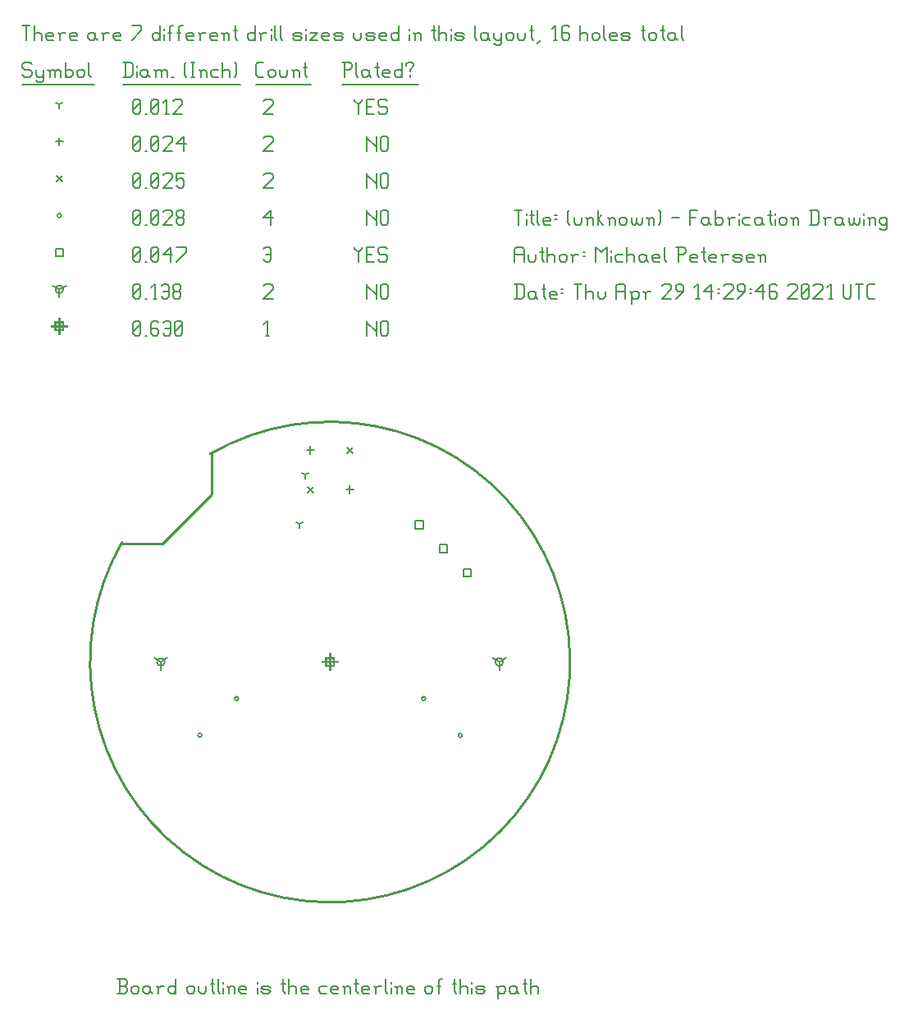
<source format=gbr>
G04 start of page 13 for group -3984 idx -3984 *
G04 Title: (unknown), fab *
G04 Creator: pcb 4.0.2 *
G04 CreationDate: Thu Apr 29 14:29:46 2021 UTC *
G04 For: petersen *
G04 Format: Gerber/RS-274X *
G04 PCB-Dimensions (mil): 2500.00 2500.00 *
G04 PCB-Coordinate-Origin: lower left *
%MOIN*%
%FSLAX25Y25*%
%LNFAB*%
%ADD68C,0.0100*%
%ADD67C,0.0060*%
%ADD66R,0.0080X0.0080*%
G54D66*X125000Y128200D02*Y121800D01*
X121800Y125000D02*X128200D01*
X123400Y126600D02*X126600D01*
X123400D02*Y123400D01*
X126600D01*
Y126600D02*Y123400D01*
X15000Y264450D02*Y258050D01*
X11800Y261250D02*X18200D01*
X13400Y262850D02*X16600D01*
X13400D02*Y259650D01*
X16600D01*
Y262850D02*Y259650D01*
G54D67*X140000Y263500D02*Y257500D01*
Y263500D02*Y262750D01*
X143750Y259000D01*
Y263500D02*Y257500D01*
X145550Y262750D02*Y258250D01*
Y262750D02*X146300Y263500D01*
X147800D01*
X148550Y262750D01*
Y258250D01*
X147800Y257500D02*X148550Y258250D01*
X146300Y257500D02*X147800D01*
X145550Y258250D02*X146300Y257500D01*
X98750D02*X100250D01*
X99500Y263500D02*Y257500D01*
X98000Y262000D02*X99500Y263500D01*
X45000Y258250D02*X45750Y257500D01*
X45000Y262750D02*Y258250D01*
Y262750D02*X45750Y263500D01*
X47250D01*
X48000Y262750D01*
Y258250D01*
X47250Y257500D02*X48000Y258250D01*
X45750Y257500D02*X47250D01*
X45000Y259000D02*X48000Y262000D01*
X49800Y257500D02*X50550D01*
X54600Y263500D02*X55350Y262750D01*
X53100Y263500D02*X54600D01*
X52350Y262750D02*X53100Y263500D01*
X52350Y262750D02*Y258250D01*
X53100Y257500D01*
X54600Y260500D02*X55350Y259750D01*
X52350Y260500D02*X54600D01*
X53100Y257500D02*X54600D01*
X55350Y258250D01*
Y259750D02*Y258250D01*
X57150Y262750D02*X57900Y263500D01*
X59400D01*
X60150Y262750D01*
Y258250D01*
X59400Y257500D02*X60150Y258250D01*
X57900Y257500D02*X59400D01*
X57150Y258250D02*X57900Y257500D01*
Y260500D02*X60150D01*
X61950Y258250D02*X62700Y257500D01*
X61950Y262750D02*Y258250D01*
Y262750D02*X62700Y263500D01*
X64200D01*
X64950Y262750D01*
Y258250D01*
X64200Y257500D02*X64950Y258250D01*
X62700Y257500D02*X64200D01*
X61950Y259000D02*X64950Y262000D01*
X193750Y125000D02*Y121800D01*
Y125000D02*X196523Y126600D01*
X193750Y125000D02*X190977Y126600D01*
X192150Y125000D02*G75*G03X195350Y125000I1600J0D01*G01*
G75*G03X192150Y125000I-1600J0D01*G01*
X56250D02*Y121800D01*
Y125000D02*X59023Y126600D01*
X56250Y125000D02*X53477Y126600D01*
X54650Y125000D02*G75*G03X57850Y125000I1600J0D01*G01*
G75*G03X54650Y125000I-1600J0D01*G01*
X15000Y276250D02*Y273050D01*
Y276250D02*X17773Y277850D01*
X15000Y276250D02*X12227Y277850D01*
X13400Y276250D02*G75*G03X16600Y276250I1600J0D01*G01*
G75*G03X13400Y276250I-1600J0D01*G01*
X140000Y278500D02*Y272500D01*
Y278500D02*Y277750D01*
X143750Y274000D01*
Y278500D02*Y272500D01*
X145550Y277750D02*Y273250D01*
Y277750D02*X146300Y278500D01*
X147800D01*
X148550Y277750D01*
Y273250D01*
X147800Y272500D02*X148550Y273250D01*
X146300Y272500D02*X147800D01*
X145550Y273250D02*X146300Y272500D01*
X98000Y277750D02*X98750Y278500D01*
X101000D01*
X101750Y277750D01*
Y276250D01*
X98000Y272500D02*X101750Y276250D01*
X98000Y272500D02*X101750D01*
X45000Y273250D02*X45750Y272500D01*
X45000Y277750D02*Y273250D01*
Y277750D02*X45750Y278500D01*
X47250D01*
X48000Y277750D01*
Y273250D01*
X47250Y272500D02*X48000Y273250D01*
X45750Y272500D02*X47250D01*
X45000Y274000D02*X48000Y277000D01*
X49800Y272500D02*X50550D01*
X53100D02*X54600D01*
X53850Y278500D02*Y272500D01*
X52350Y277000D02*X53850Y278500D01*
X56400Y277750D02*X57150Y278500D01*
X58650D01*
X59400Y277750D01*
Y273250D01*
X58650Y272500D02*X59400Y273250D01*
X57150Y272500D02*X58650D01*
X56400Y273250D02*X57150Y272500D01*
Y275500D02*X59400D01*
X61200Y273250D02*X61950Y272500D01*
X61200Y274750D02*Y273250D01*
Y274750D02*X61950Y275500D01*
X63450D01*
X64200Y274750D01*
Y273250D01*
X63450Y272500D02*X64200Y273250D01*
X61950Y272500D02*X63450D01*
X61200Y276250D02*X61950Y275500D01*
X61200Y277750D02*Y276250D01*
Y277750D02*X61950Y278500D01*
X63450D01*
X64200Y277750D01*
Y276250D01*
X63450Y275500D02*X64200Y276250D01*
X179144Y162856D02*X182344D01*
X179144D02*Y159656D01*
X182344D01*
Y162856D02*Y159656D01*
X169400Y172600D02*X172600D01*
X169400D02*Y169400D01*
X172600D01*
Y172600D02*Y169400D01*
X159657Y182343D02*X162857D01*
X159657D02*Y179143D01*
X162857D01*
Y182343D02*Y179143D01*
X13400Y292850D02*X16600D01*
X13400D02*Y289650D01*
X16600D01*
Y292850D02*Y289650D01*
X135000Y293500D02*Y292750D01*
X136500Y291250D01*
X138000Y292750D01*
Y293500D02*Y292750D01*
X136500Y291250D02*Y287500D01*
X139800Y290500D02*X142050D01*
X139800Y287500D02*X142800D01*
X139800Y293500D02*Y287500D01*
Y293500D02*X142800D01*
X147600D02*X148350Y292750D01*
X145350Y293500D02*X147600D01*
X144600Y292750D02*X145350Y293500D01*
X144600Y292750D02*Y291250D01*
X145350Y290500D01*
X147600D01*
X148350Y289750D01*
Y288250D01*
X147600Y287500D02*X148350Y288250D01*
X145350Y287500D02*X147600D01*
X144600Y288250D02*X145350Y287500D01*
X98000Y292750D02*X98750Y293500D01*
X100250D01*
X101000Y292750D01*
Y288250D01*
X100250Y287500D02*X101000Y288250D01*
X98750Y287500D02*X100250D01*
X98000Y288250D02*X98750Y287500D01*
Y290500D02*X101000D01*
X45000Y288250D02*X45750Y287500D01*
X45000Y292750D02*Y288250D01*
Y292750D02*X45750Y293500D01*
X47250D01*
X48000Y292750D01*
Y288250D01*
X47250Y287500D02*X48000Y288250D01*
X45750Y287500D02*X47250D01*
X45000Y289000D02*X48000Y292000D01*
X49800Y287500D02*X50550D01*
X52350Y288250D02*X53100Y287500D01*
X52350Y292750D02*Y288250D01*
Y292750D02*X53100Y293500D01*
X54600D01*
X55350Y292750D01*
Y288250D01*
X54600Y287500D02*X55350Y288250D01*
X53100Y287500D02*X54600D01*
X52350Y289000D02*X55350Y292000D01*
X57150Y290500D02*X60150Y293500D01*
X57150Y290500D02*X60900D01*
X60150Y293500D02*Y287500D01*
X62700D02*X66450Y291250D01*
Y293500D02*Y291250D01*
X62700Y293500D02*X66450D01*
X71281Y95254D02*G75*G03X72881Y95254I800J0D01*G01*
G75*G03X71281Y95254I-800J0D01*G01*
X86203Y110175D02*G75*G03X87803Y110175I800J0D01*G01*
G75*G03X86203Y110175I-800J0D01*G01*
X162197D02*G75*G03X163797Y110175I800J0D01*G01*
G75*G03X162197Y110175I-800J0D01*G01*
X177119Y95254D02*G75*G03X178719Y95254I800J0D01*G01*
G75*G03X177119Y95254I-800J0D01*G01*
X14200Y306250D02*G75*G03X15800Y306250I800J0D01*G01*
G75*G03X14200Y306250I-800J0D01*G01*
X140000Y308500D02*Y302500D01*
Y308500D02*Y307750D01*
X143750Y304000D01*
Y308500D02*Y302500D01*
X145550Y307750D02*Y303250D01*
Y307750D02*X146300Y308500D01*
X147800D01*
X148550Y307750D01*
Y303250D01*
X147800Y302500D02*X148550Y303250D01*
X146300Y302500D02*X147800D01*
X145550Y303250D02*X146300Y302500D01*
X98000Y305500D02*X101000Y308500D01*
X98000Y305500D02*X101750D01*
X101000Y308500D02*Y302500D01*
X45000Y303250D02*X45750Y302500D01*
X45000Y307750D02*Y303250D01*
Y307750D02*X45750Y308500D01*
X47250D01*
X48000Y307750D01*
Y303250D01*
X47250Y302500D02*X48000Y303250D01*
X45750Y302500D02*X47250D01*
X45000Y304000D02*X48000Y307000D01*
X49800Y302500D02*X50550D01*
X52350Y303250D02*X53100Y302500D01*
X52350Y307750D02*Y303250D01*
Y307750D02*X53100Y308500D01*
X54600D01*
X55350Y307750D01*
Y303250D01*
X54600Y302500D02*X55350Y303250D01*
X53100Y302500D02*X54600D01*
X52350Y304000D02*X55350Y307000D01*
X57150Y307750D02*X57900Y308500D01*
X60150D01*
X60900Y307750D01*
Y306250D01*
X57150Y302500D02*X60900Y306250D01*
X57150Y302500D02*X60900D01*
X62700Y303250D02*X63450Y302500D01*
X62700Y304750D02*Y303250D01*
Y304750D02*X63450Y305500D01*
X64950D01*
X65700Y304750D01*
Y303250D01*
X64950Y302500D02*X65700Y303250D01*
X63450Y302500D02*X64950D01*
X62700Y306250D02*X63450Y305500D01*
X62700Y307750D02*Y306250D01*
Y307750D02*X63450Y308500D01*
X64950D01*
X65700Y307750D01*
Y306250D01*
X64950Y305500D02*X65700Y306250D01*
X131800Y212200D02*X134200Y209800D01*
X131800D02*X134200Y212200D01*
X115800Y196200D02*X118200Y193800D01*
X115800D02*X118200Y196200D01*
X13800Y322450D02*X16200Y320050D01*
X13800D02*X16200Y322450D01*
X140000Y323500D02*Y317500D01*
Y323500D02*Y322750D01*
X143750Y319000D01*
Y323500D02*Y317500D01*
X145550Y322750D02*Y318250D01*
Y322750D02*X146300Y323500D01*
X147800D01*
X148550Y322750D01*
Y318250D01*
X147800Y317500D02*X148550Y318250D01*
X146300Y317500D02*X147800D01*
X145550Y318250D02*X146300Y317500D01*
X98000Y322750D02*X98750Y323500D01*
X101000D01*
X101750Y322750D01*
Y321250D01*
X98000Y317500D02*X101750Y321250D01*
X98000Y317500D02*X101750D01*
X45000Y318250D02*X45750Y317500D01*
X45000Y322750D02*Y318250D01*
Y322750D02*X45750Y323500D01*
X47250D01*
X48000Y322750D01*
Y318250D01*
X47250Y317500D02*X48000Y318250D01*
X45750Y317500D02*X47250D01*
X45000Y319000D02*X48000Y322000D01*
X49800Y317500D02*X50550D01*
X52350Y318250D02*X53100Y317500D01*
X52350Y322750D02*Y318250D01*
Y322750D02*X53100Y323500D01*
X54600D01*
X55350Y322750D01*
Y318250D01*
X54600Y317500D02*X55350Y318250D01*
X53100Y317500D02*X54600D01*
X52350Y319000D02*X55350Y322000D01*
X57150Y322750D02*X57900Y323500D01*
X60150D01*
X60900Y322750D01*
Y321250D01*
X57150Y317500D02*X60900Y321250D01*
X57150Y317500D02*X60900D01*
X62700Y323500D02*X65700D01*
X62700D02*Y320500D01*
X63450Y321250D01*
X64950D01*
X65700Y320500D01*
Y318250D01*
X64950Y317500D02*X65700Y318250D01*
X63450Y317500D02*X64950D01*
X62700Y318250D02*X63450Y317500D01*
X133000Y196600D02*Y193400D01*
X131400Y195000D02*X134600D01*
X117000Y212600D02*Y209400D01*
X115400Y211000D02*X118600D01*
X15000Y337850D02*Y334650D01*
X13400Y336250D02*X16600D01*
X140000Y338500D02*Y332500D01*
Y338500D02*Y337750D01*
X143750Y334000D01*
Y338500D02*Y332500D01*
X145550Y337750D02*Y333250D01*
Y337750D02*X146300Y338500D01*
X147800D01*
X148550Y337750D01*
Y333250D01*
X147800Y332500D02*X148550Y333250D01*
X146300Y332500D02*X147800D01*
X145550Y333250D02*X146300Y332500D01*
X98000Y337750D02*X98750Y338500D01*
X101000D01*
X101750Y337750D01*
Y336250D01*
X98000Y332500D02*X101750Y336250D01*
X98000Y332500D02*X101750D01*
X45000Y333250D02*X45750Y332500D01*
X45000Y337750D02*Y333250D01*
Y337750D02*X45750Y338500D01*
X47250D01*
X48000Y337750D01*
Y333250D01*
X47250Y332500D02*X48000Y333250D01*
X45750Y332500D02*X47250D01*
X45000Y334000D02*X48000Y337000D01*
X49800Y332500D02*X50550D01*
X52350Y333250D02*X53100Y332500D01*
X52350Y337750D02*Y333250D01*
Y337750D02*X53100Y338500D01*
X54600D01*
X55350Y337750D01*
Y333250D01*
X54600Y332500D02*X55350Y333250D01*
X53100Y332500D02*X54600D01*
X52350Y334000D02*X55350Y337000D01*
X57150Y337750D02*X57900Y338500D01*
X60150D01*
X60900Y337750D01*
Y336250D01*
X57150Y332500D02*X60900Y336250D01*
X57150Y332500D02*X60900D01*
X62700Y335500D02*X65700Y338500D01*
X62700Y335500D02*X66450D01*
X65700Y338500D02*Y332500D01*
X112500Y181000D02*Y179400D01*
Y181000D02*X113887Y181800D01*
X112500Y181000D02*X111113Y181800D01*
X115000Y201000D02*Y199400D01*
Y201000D02*X116387Y201800D01*
X115000Y201000D02*X113613Y201800D01*
X15000Y351250D02*Y349650D01*
Y351250D02*X16387Y352050D01*
X15000Y351250D02*X13613Y352050D01*
X135000Y353500D02*Y352750D01*
X136500Y351250D01*
X138000Y352750D01*
Y353500D02*Y352750D01*
X136500Y351250D02*Y347500D01*
X139800Y350500D02*X142050D01*
X139800Y347500D02*X142800D01*
X139800Y353500D02*Y347500D01*
Y353500D02*X142800D01*
X147600D02*X148350Y352750D01*
X145350Y353500D02*X147600D01*
X144600Y352750D02*X145350Y353500D01*
X144600Y352750D02*Y351250D01*
X145350Y350500D01*
X147600D01*
X148350Y349750D01*
Y348250D01*
X147600Y347500D02*X148350Y348250D01*
X145350Y347500D02*X147600D01*
X144600Y348250D02*X145350Y347500D01*
X98000Y352750D02*X98750Y353500D01*
X101000D01*
X101750Y352750D01*
Y351250D01*
X98000Y347500D02*X101750Y351250D01*
X98000Y347500D02*X101750D01*
X45000Y348250D02*X45750Y347500D01*
X45000Y352750D02*Y348250D01*
Y352750D02*X45750Y353500D01*
X47250D01*
X48000Y352750D01*
Y348250D01*
X47250Y347500D02*X48000Y348250D01*
X45750Y347500D02*X47250D01*
X45000Y349000D02*X48000Y352000D01*
X49800Y347500D02*X50550D01*
X52350Y348250D02*X53100Y347500D01*
X52350Y352750D02*Y348250D01*
Y352750D02*X53100Y353500D01*
X54600D01*
X55350Y352750D01*
Y348250D01*
X54600Y347500D02*X55350Y348250D01*
X53100Y347500D02*X54600D01*
X52350Y349000D02*X55350Y352000D01*
X57900Y347500D02*X59400D01*
X58650Y353500D02*Y347500D01*
X57150Y352000D02*X58650Y353500D01*
X61200Y352750D02*X61950Y353500D01*
X64200D01*
X64950Y352750D01*
Y351250D01*
X61200Y347500D02*X64950Y351250D01*
X61200Y347500D02*X64950D01*
X3000Y368500D02*X3750Y367750D01*
X750Y368500D02*X3000D01*
X0Y367750D02*X750Y368500D01*
X0Y367750D02*Y366250D01*
X750Y365500D01*
X3000D01*
X3750Y364750D01*
Y363250D01*
X3000Y362500D02*X3750Y363250D01*
X750Y362500D02*X3000D01*
X0Y363250D02*X750Y362500D01*
X5550Y365500D02*Y363250D01*
X6300Y362500D01*
X8550Y365500D02*Y361000D01*
X7800Y360250D02*X8550Y361000D01*
X6300Y360250D02*X7800D01*
X5550Y361000D02*X6300Y360250D01*
Y362500D02*X7800D01*
X8550Y363250D01*
X11100Y364750D02*Y362500D01*
Y364750D02*X11850Y365500D01*
X12600D01*
X13350Y364750D01*
Y362500D01*
Y364750D02*X14100Y365500D01*
X14850D01*
X15600Y364750D01*
Y362500D01*
X10350Y365500D02*X11100Y364750D01*
X17400Y368500D02*Y362500D01*
Y363250D02*X18150Y362500D01*
X19650D01*
X20400Y363250D01*
Y364750D02*Y363250D01*
X19650Y365500D02*X20400Y364750D01*
X18150Y365500D02*X19650D01*
X17400Y364750D02*X18150Y365500D01*
X22200Y364750D02*Y363250D01*
Y364750D02*X22950Y365500D01*
X24450D01*
X25200Y364750D01*
Y363250D01*
X24450Y362500D02*X25200Y363250D01*
X22950Y362500D02*X24450D01*
X22200Y363250D02*X22950Y362500D01*
X27000Y368500D02*Y363250D01*
X27750Y362500D01*
X0Y359250D02*X29250D01*
X41750Y368500D02*Y362500D01*
X44000Y368500D02*X44750Y367750D01*
Y363250D01*
X44000Y362500D02*X44750Y363250D01*
X41000Y362500D02*X44000D01*
X41000Y368500D02*X44000D01*
X46550Y367000D02*Y366250D01*
Y364750D02*Y362500D01*
X50300Y365500D02*X51050Y364750D01*
X48800Y365500D02*X50300D01*
X48050Y364750D02*X48800Y365500D01*
X48050Y364750D02*Y363250D01*
X48800Y362500D01*
X51050Y365500D02*Y363250D01*
X51800Y362500D01*
X48800D02*X50300D01*
X51050Y363250D01*
X54350Y364750D02*Y362500D01*
Y364750D02*X55100Y365500D01*
X55850D01*
X56600Y364750D01*
Y362500D01*
Y364750D02*X57350Y365500D01*
X58100D01*
X58850Y364750D01*
Y362500D01*
X53600Y365500D02*X54350Y364750D01*
X60650Y362500D02*X61400D01*
X65900Y363250D02*X66650Y362500D01*
X65900Y367750D02*X66650Y368500D01*
X65900Y367750D02*Y363250D01*
X68450Y368500D02*X69950D01*
X69200D02*Y362500D01*
X68450D02*X69950D01*
X72500Y364750D02*Y362500D01*
Y364750D02*X73250Y365500D01*
X74000D01*
X74750Y364750D01*
Y362500D01*
X71750Y365500D02*X72500Y364750D01*
X77300Y365500D02*X79550D01*
X76550Y364750D02*X77300Y365500D01*
X76550Y364750D02*Y363250D01*
X77300Y362500D01*
X79550D01*
X81350Y368500D02*Y362500D01*
Y364750D02*X82100Y365500D01*
X83600D01*
X84350Y364750D01*
Y362500D01*
X86150Y368500D02*X86900Y367750D01*
Y363250D01*
X86150Y362500D02*X86900Y363250D01*
X41000Y359250D02*X88700D01*
X95750Y362500D02*X98000D01*
X95000Y363250D02*X95750Y362500D01*
X95000Y367750D02*Y363250D01*
Y367750D02*X95750Y368500D01*
X98000D01*
X99800Y364750D02*Y363250D01*
Y364750D02*X100550Y365500D01*
X102050D01*
X102800Y364750D01*
Y363250D01*
X102050Y362500D02*X102800Y363250D01*
X100550Y362500D02*X102050D01*
X99800Y363250D02*X100550Y362500D01*
X104600Y365500D02*Y363250D01*
X105350Y362500D01*
X106850D01*
X107600Y363250D01*
Y365500D02*Y363250D01*
X110150Y364750D02*Y362500D01*
Y364750D02*X110900Y365500D01*
X111650D01*
X112400Y364750D01*
Y362500D01*
X109400Y365500D02*X110150Y364750D01*
X114950Y368500D02*Y363250D01*
X115700Y362500D01*
X114200Y366250D02*X115700D01*
X95000Y359250D02*X117200D01*
X130750Y368500D02*Y362500D01*
X130000Y368500D02*X133000D01*
X133750Y367750D01*
Y366250D01*
X133000Y365500D02*X133750Y366250D01*
X130750Y365500D02*X133000D01*
X135550Y368500D02*Y363250D01*
X136300Y362500D01*
X140050Y365500D02*X140800Y364750D01*
X138550Y365500D02*X140050D01*
X137800Y364750D02*X138550Y365500D01*
X137800Y364750D02*Y363250D01*
X138550Y362500D01*
X140800Y365500D02*Y363250D01*
X141550Y362500D01*
X138550D02*X140050D01*
X140800Y363250D01*
X144100Y368500D02*Y363250D01*
X144850Y362500D01*
X143350Y366250D02*X144850D01*
X147100Y362500D02*X149350D01*
X146350Y363250D02*X147100Y362500D01*
X146350Y364750D02*Y363250D01*
Y364750D02*X147100Y365500D01*
X148600D01*
X149350Y364750D01*
X146350Y364000D02*X149350D01*
Y364750D02*Y364000D01*
X154150Y368500D02*Y362500D01*
X153400D02*X154150Y363250D01*
X151900Y362500D02*X153400D01*
X151150Y363250D02*X151900Y362500D01*
X151150Y364750D02*Y363250D01*
Y364750D02*X151900Y365500D01*
X153400D01*
X154150Y364750D01*
X157450Y365500D02*Y364750D01*
Y363250D02*Y362500D01*
X155950Y367750D02*Y367000D01*
Y367750D02*X156700Y368500D01*
X158200D01*
X158950Y367750D01*
Y367000D01*
X157450Y365500D02*X158950Y367000D01*
X130000Y359250D02*X160750D01*
X0Y383500D02*X3000D01*
X1500D02*Y377500D01*
X4800Y383500D02*Y377500D01*
Y379750D02*X5550Y380500D01*
X7050D01*
X7800Y379750D01*
Y377500D01*
X10350D02*X12600D01*
X9600Y378250D02*X10350Y377500D01*
X9600Y379750D02*Y378250D01*
Y379750D02*X10350Y380500D01*
X11850D01*
X12600Y379750D01*
X9600Y379000D02*X12600D01*
Y379750D02*Y379000D01*
X15150Y379750D02*Y377500D01*
Y379750D02*X15900Y380500D01*
X17400D01*
X14400D02*X15150Y379750D01*
X19950Y377500D02*X22200D01*
X19200Y378250D02*X19950Y377500D01*
X19200Y379750D02*Y378250D01*
Y379750D02*X19950Y380500D01*
X21450D01*
X22200Y379750D01*
X19200Y379000D02*X22200D01*
Y379750D02*Y379000D01*
X28950Y380500D02*X29700Y379750D01*
X27450Y380500D02*X28950D01*
X26700Y379750D02*X27450Y380500D01*
X26700Y379750D02*Y378250D01*
X27450Y377500D01*
X29700Y380500D02*Y378250D01*
X30450Y377500D01*
X27450D02*X28950D01*
X29700Y378250D01*
X33000Y379750D02*Y377500D01*
Y379750D02*X33750Y380500D01*
X35250D01*
X32250D02*X33000Y379750D01*
X37800Y377500D02*X40050D01*
X37050Y378250D02*X37800Y377500D01*
X37050Y379750D02*Y378250D01*
Y379750D02*X37800Y380500D01*
X39300D01*
X40050Y379750D01*
X37050Y379000D02*X40050D01*
Y379750D02*Y379000D01*
X44550Y377500D02*X48300Y381250D01*
Y383500D02*Y381250D01*
X44550Y383500D02*X48300D01*
X55800D02*Y377500D01*
X55050D02*X55800Y378250D01*
X53550Y377500D02*X55050D01*
X52800Y378250D02*X53550Y377500D01*
X52800Y379750D02*Y378250D01*
Y379750D02*X53550Y380500D01*
X55050D01*
X55800Y379750D01*
X57600Y382000D02*Y381250D01*
Y379750D02*Y377500D01*
X59850Y382750D02*Y377500D01*
Y382750D02*X60600Y383500D01*
X61350D01*
X59100Y380500D02*X60600D01*
X63600Y382750D02*Y377500D01*
Y382750D02*X64350Y383500D01*
X65100D01*
X62850Y380500D02*X64350D01*
X67350Y377500D02*X69600D01*
X66600Y378250D02*X67350Y377500D01*
X66600Y379750D02*Y378250D01*
Y379750D02*X67350Y380500D01*
X68850D01*
X69600Y379750D01*
X66600Y379000D02*X69600D01*
Y379750D02*Y379000D01*
X72150Y379750D02*Y377500D01*
Y379750D02*X72900Y380500D01*
X74400D01*
X71400D02*X72150Y379750D01*
X76950Y377500D02*X79200D01*
X76200Y378250D02*X76950Y377500D01*
X76200Y379750D02*Y378250D01*
Y379750D02*X76950Y380500D01*
X78450D01*
X79200Y379750D01*
X76200Y379000D02*X79200D01*
Y379750D02*Y379000D01*
X81750Y379750D02*Y377500D01*
Y379750D02*X82500Y380500D01*
X83250D01*
X84000Y379750D01*
Y377500D01*
X81000Y380500D02*X81750Y379750D01*
X86550Y383500D02*Y378250D01*
X87300Y377500D01*
X85800Y381250D02*X87300D01*
X94500Y383500D02*Y377500D01*
X93750D02*X94500Y378250D01*
X92250Y377500D02*X93750D01*
X91500Y378250D02*X92250Y377500D01*
X91500Y379750D02*Y378250D01*
Y379750D02*X92250Y380500D01*
X93750D01*
X94500Y379750D01*
X97050D02*Y377500D01*
Y379750D02*X97800Y380500D01*
X99300D01*
X96300D02*X97050Y379750D01*
X101100Y382000D02*Y381250D01*
Y379750D02*Y377500D01*
X102600Y383500D02*Y378250D01*
X103350Y377500D01*
X104850Y383500D02*Y378250D01*
X105600Y377500D01*
X110550D02*X112800D01*
X113550Y378250D01*
X112800Y379000D02*X113550Y378250D01*
X110550Y379000D02*X112800D01*
X109800Y379750D02*X110550Y379000D01*
X109800Y379750D02*X110550Y380500D01*
X112800D01*
X113550Y379750D01*
X109800Y378250D02*X110550Y377500D01*
X115350Y382000D02*Y381250D01*
Y379750D02*Y377500D01*
X116850Y380500D02*X119850D01*
X116850Y377500D02*X119850Y380500D01*
X116850Y377500D02*X119850D01*
X122400D02*X124650D01*
X121650Y378250D02*X122400Y377500D01*
X121650Y379750D02*Y378250D01*
Y379750D02*X122400Y380500D01*
X123900D01*
X124650Y379750D01*
X121650Y379000D02*X124650D01*
Y379750D02*Y379000D01*
X127200Y377500D02*X129450D01*
X130200Y378250D01*
X129450Y379000D02*X130200Y378250D01*
X127200Y379000D02*X129450D01*
X126450Y379750D02*X127200Y379000D01*
X126450Y379750D02*X127200Y380500D01*
X129450D01*
X130200Y379750D01*
X126450Y378250D02*X127200Y377500D01*
X134700Y380500D02*Y378250D01*
X135450Y377500D01*
X136950D01*
X137700Y378250D01*
Y380500D02*Y378250D01*
X140250Y377500D02*X142500D01*
X143250Y378250D01*
X142500Y379000D02*X143250Y378250D01*
X140250Y379000D02*X142500D01*
X139500Y379750D02*X140250Y379000D01*
X139500Y379750D02*X140250Y380500D01*
X142500D01*
X143250Y379750D01*
X139500Y378250D02*X140250Y377500D01*
X145800D02*X148050D01*
X145050Y378250D02*X145800Y377500D01*
X145050Y379750D02*Y378250D01*
Y379750D02*X145800Y380500D01*
X147300D01*
X148050Y379750D01*
X145050Y379000D02*X148050D01*
Y379750D02*Y379000D01*
X152850Y383500D02*Y377500D01*
X152100D02*X152850Y378250D01*
X150600Y377500D02*X152100D01*
X149850Y378250D02*X150600Y377500D01*
X149850Y379750D02*Y378250D01*
Y379750D02*X150600Y380500D01*
X152100D01*
X152850Y379750D01*
X157350Y382000D02*Y381250D01*
Y379750D02*Y377500D01*
X159600Y379750D02*Y377500D01*
Y379750D02*X160350Y380500D01*
X161100D01*
X161850Y379750D01*
Y377500D01*
X158850Y380500D02*X159600Y379750D01*
X167100Y383500D02*Y378250D01*
X167850Y377500D01*
X166350Y381250D02*X167850D01*
X169350Y383500D02*Y377500D01*
Y379750D02*X170100Y380500D01*
X171600D01*
X172350Y379750D01*
Y377500D01*
X174150Y382000D02*Y381250D01*
Y379750D02*Y377500D01*
X176400D02*X178650D01*
X179400Y378250D01*
X178650Y379000D02*X179400Y378250D01*
X176400Y379000D02*X178650D01*
X175650Y379750D02*X176400Y379000D01*
X175650Y379750D02*X176400Y380500D01*
X178650D01*
X179400Y379750D01*
X175650Y378250D02*X176400Y377500D01*
X183900Y383500D02*Y378250D01*
X184650Y377500D01*
X188400Y380500D02*X189150Y379750D01*
X186900Y380500D02*X188400D01*
X186150Y379750D02*X186900Y380500D01*
X186150Y379750D02*Y378250D01*
X186900Y377500D01*
X189150Y380500D02*Y378250D01*
X189900Y377500D01*
X186900D02*X188400D01*
X189150Y378250D01*
X191700Y380500D02*Y378250D01*
X192450Y377500D01*
X194700Y380500D02*Y376000D01*
X193950Y375250D02*X194700Y376000D01*
X192450Y375250D02*X193950D01*
X191700Y376000D02*X192450Y375250D01*
Y377500D02*X193950D01*
X194700Y378250D01*
X196500Y379750D02*Y378250D01*
Y379750D02*X197250Y380500D01*
X198750D01*
X199500Y379750D01*
Y378250D01*
X198750Y377500D02*X199500Y378250D01*
X197250Y377500D02*X198750D01*
X196500Y378250D02*X197250Y377500D01*
X201300Y380500D02*Y378250D01*
X202050Y377500D01*
X203550D01*
X204300Y378250D01*
Y380500D02*Y378250D01*
X206850Y383500D02*Y378250D01*
X207600Y377500D01*
X206100Y381250D02*X207600D01*
X209100Y376000D02*X210600Y377500D01*
X215850D02*X217350D01*
X216600Y383500D02*Y377500D01*
X215100Y382000D02*X216600Y383500D01*
X221400D02*X222150Y382750D01*
X219900Y383500D02*X221400D01*
X219150Y382750D02*X219900Y383500D01*
X219150Y382750D02*Y378250D01*
X219900Y377500D01*
X221400Y380500D02*X222150Y379750D01*
X219150Y380500D02*X221400D01*
X219900Y377500D02*X221400D01*
X222150Y378250D01*
Y379750D02*Y378250D01*
X226650Y383500D02*Y377500D01*
Y379750D02*X227400Y380500D01*
X228900D01*
X229650Y379750D01*
Y377500D01*
X231450Y379750D02*Y378250D01*
Y379750D02*X232200Y380500D01*
X233700D01*
X234450Y379750D01*
Y378250D01*
X233700Y377500D02*X234450Y378250D01*
X232200Y377500D02*X233700D01*
X231450Y378250D02*X232200Y377500D01*
X236250Y383500D02*Y378250D01*
X237000Y377500D01*
X239250D02*X241500D01*
X238500Y378250D02*X239250Y377500D01*
X238500Y379750D02*Y378250D01*
Y379750D02*X239250Y380500D01*
X240750D01*
X241500Y379750D01*
X238500Y379000D02*X241500D01*
Y379750D02*Y379000D01*
X244050Y377500D02*X246300D01*
X247050Y378250D01*
X246300Y379000D02*X247050Y378250D01*
X244050Y379000D02*X246300D01*
X243300Y379750D02*X244050Y379000D01*
X243300Y379750D02*X244050Y380500D01*
X246300D01*
X247050Y379750D01*
X243300Y378250D02*X244050Y377500D01*
X252300Y383500D02*Y378250D01*
X253050Y377500D01*
X251550Y381250D02*X253050D01*
X254550Y379750D02*Y378250D01*
Y379750D02*X255300Y380500D01*
X256800D01*
X257550Y379750D01*
Y378250D01*
X256800Y377500D02*X257550Y378250D01*
X255300Y377500D02*X256800D01*
X254550Y378250D02*X255300Y377500D01*
X260100Y383500D02*Y378250D01*
X260850Y377500D01*
X259350Y381250D02*X260850D01*
X264600Y380500D02*X265350Y379750D01*
X263100Y380500D02*X264600D01*
X262350Y379750D02*X263100Y380500D01*
X262350Y379750D02*Y378250D01*
X263100Y377500D01*
X265350Y380500D02*Y378250D01*
X266100Y377500D01*
X263100D02*X264600D01*
X265350Y378250D01*
X267900Y383500D02*Y378250D01*
X268650Y377500D01*
G54D68*X57000Y173000D02*X77000Y193000D01*
Y210000D01*
X57000Y173000D02*X40000D01*
X40563Y173750D02*G75*G03X76250Y209437I84437J-48750D01*G01*
G54D67*X38675Y-9500D02*X41675D01*
X42425Y-8750D01*
Y-7250D02*Y-8750D01*
X41675Y-6500D02*X42425Y-7250D01*
X39425Y-6500D02*X41675D01*
X39425Y-3500D02*Y-9500D01*
X38675Y-3500D02*X41675D01*
X42425Y-4250D01*
Y-5750D01*
X41675Y-6500D02*X42425Y-5750D01*
X44225Y-7250D02*Y-8750D01*
Y-7250D02*X44975Y-6500D01*
X46475D01*
X47225Y-7250D01*
Y-8750D01*
X46475Y-9500D02*X47225Y-8750D01*
X44975Y-9500D02*X46475D01*
X44225Y-8750D02*X44975Y-9500D01*
X51275Y-6500D02*X52025Y-7250D01*
X49775Y-6500D02*X51275D01*
X49025Y-7250D02*X49775Y-6500D01*
X49025Y-7250D02*Y-8750D01*
X49775Y-9500D01*
X52025Y-6500D02*Y-8750D01*
X52775Y-9500D01*
X49775D02*X51275D01*
X52025Y-8750D01*
X55325Y-7250D02*Y-9500D01*
Y-7250D02*X56075Y-6500D01*
X57575D01*
X54575D02*X55325Y-7250D01*
X62375Y-3500D02*Y-9500D01*
X61625D02*X62375Y-8750D01*
X60125Y-9500D02*X61625D01*
X59375Y-8750D02*X60125Y-9500D01*
X59375Y-7250D02*Y-8750D01*
Y-7250D02*X60125Y-6500D01*
X61625D01*
X62375Y-7250D01*
X66875D02*Y-8750D01*
Y-7250D02*X67625Y-6500D01*
X69125D01*
X69875Y-7250D01*
Y-8750D01*
X69125Y-9500D02*X69875Y-8750D01*
X67625Y-9500D02*X69125D01*
X66875Y-8750D02*X67625Y-9500D01*
X71675Y-6500D02*Y-8750D01*
X72425Y-9500D01*
X73925D01*
X74675Y-8750D01*
Y-6500D02*Y-8750D01*
X77225Y-3500D02*Y-8750D01*
X77975Y-9500D01*
X76475Y-5750D02*X77975D01*
X79475Y-3500D02*Y-8750D01*
X80225Y-9500D01*
X81725Y-5000D02*Y-5750D01*
Y-7250D02*Y-9500D01*
X83975Y-7250D02*Y-9500D01*
Y-7250D02*X84725Y-6500D01*
X85475D01*
X86225Y-7250D01*
Y-9500D01*
X83225Y-6500D02*X83975Y-7250D01*
X88775Y-9500D02*X91025D01*
X88025Y-8750D02*X88775Y-9500D01*
X88025Y-7250D02*Y-8750D01*
Y-7250D02*X88775Y-6500D01*
X90275D01*
X91025Y-7250D01*
X88025Y-8000D02*X91025D01*
Y-7250D02*Y-8000D01*
X95525Y-5000D02*Y-5750D01*
Y-7250D02*Y-9500D01*
X97775D02*X100025D01*
X100775Y-8750D01*
X100025Y-8000D02*X100775Y-8750D01*
X97775Y-8000D02*X100025D01*
X97025Y-7250D02*X97775Y-8000D01*
X97025Y-7250D02*X97775Y-6500D01*
X100025D01*
X100775Y-7250D01*
X97025Y-8750D02*X97775Y-9500D01*
X106025Y-3500D02*Y-8750D01*
X106775Y-9500D01*
X105275Y-5750D02*X106775D01*
X108275Y-3500D02*Y-9500D01*
Y-7250D02*X109025Y-6500D01*
X110525D01*
X111275Y-7250D01*
Y-9500D01*
X113825D02*X116075D01*
X113075Y-8750D02*X113825Y-9500D01*
X113075Y-7250D02*Y-8750D01*
Y-7250D02*X113825Y-6500D01*
X115325D01*
X116075Y-7250D01*
X113075Y-8000D02*X116075D01*
Y-7250D02*Y-8000D01*
X121325Y-6500D02*X123575D01*
X120575Y-7250D02*X121325Y-6500D01*
X120575Y-7250D02*Y-8750D01*
X121325Y-9500D01*
X123575D01*
X126125D02*X128375D01*
X125375Y-8750D02*X126125Y-9500D01*
X125375Y-7250D02*Y-8750D01*
Y-7250D02*X126125Y-6500D01*
X127625D01*
X128375Y-7250D01*
X125375Y-8000D02*X128375D01*
Y-7250D02*Y-8000D01*
X130925Y-7250D02*Y-9500D01*
Y-7250D02*X131675Y-6500D01*
X132425D01*
X133175Y-7250D01*
Y-9500D01*
X130175Y-6500D02*X130925Y-7250D01*
X135725Y-3500D02*Y-8750D01*
X136475Y-9500D01*
X134975Y-5750D02*X136475D01*
X138725Y-9500D02*X140975D01*
X137975Y-8750D02*X138725Y-9500D01*
X137975Y-7250D02*Y-8750D01*
Y-7250D02*X138725Y-6500D01*
X140225D01*
X140975Y-7250D01*
X137975Y-8000D02*X140975D01*
Y-7250D02*Y-8000D01*
X143525Y-7250D02*Y-9500D01*
Y-7250D02*X144275Y-6500D01*
X145775D01*
X142775D02*X143525Y-7250D01*
X147575Y-3500D02*Y-8750D01*
X148325Y-9500D01*
X149825Y-5000D02*Y-5750D01*
Y-7250D02*Y-9500D01*
X152075Y-7250D02*Y-9500D01*
Y-7250D02*X152825Y-6500D01*
X153575D01*
X154325Y-7250D01*
Y-9500D01*
X151325Y-6500D02*X152075Y-7250D01*
X156875Y-9500D02*X159125D01*
X156125Y-8750D02*X156875Y-9500D01*
X156125Y-7250D02*Y-8750D01*
Y-7250D02*X156875Y-6500D01*
X158375D01*
X159125Y-7250D01*
X156125Y-8000D02*X159125D01*
Y-7250D02*Y-8000D01*
X163625Y-7250D02*Y-8750D01*
Y-7250D02*X164375Y-6500D01*
X165875D01*
X166625Y-7250D01*
Y-8750D01*
X165875Y-9500D02*X166625Y-8750D01*
X164375Y-9500D02*X165875D01*
X163625Y-8750D02*X164375Y-9500D01*
X169175Y-4250D02*Y-9500D01*
Y-4250D02*X169925Y-3500D01*
X170675D01*
X168425Y-6500D02*X169925D01*
X175625Y-3500D02*Y-8750D01*
X176375Y-9500D01*
X174875Y-5750D02*X176375D01*
X177875Y-3500D02*Y-9500D01*
Y-7250D02*X178625Y-6500D01*
X180125D01*
X180875Y-7250D01*
Y-9500D01*
X182675Y-5000D02*Y-5750D01*
Y-7250D02*Y-9500D01*
X184925D02*X187175D01*
X187925Y-8750D01*
X187175Y-8000D02*X187925Y-8750D01*
X184925Y-8000D02*X187175D01*
X184175Y-7250D02*X184925Y-8000D01*
X184175Y-7250D02*X184925Y-6500D01*
X187175D01*
X187925Y-7250D01*
X184175Y-8750D02*X184925Y-9500D01*
X193175Y-7250D02*Y-11750D01*
X192425Y-6500D02*X193175Y-7250D01*
X193925Y-6500D01*
X195425D01*
X196175Y-7250D01*
Y-8750D01*
X195425Y-9500D02*X196175Y-8750D01*
X193925Y-9500D02*X195425D01*
X193175Y-8750D02*X193925Y-9500D01*
X200225Y-6500D02*X200975Y-7250D01*
X198725Y-6500D02*X200225D01*
X197975Y-7250D02*X198725Y-6500D01*
X197975Y-7250D02*Y-8750D01*
X198725Y-9500D01*
X200975Y-6500D02*Y-8750D01*
X201725Y-9500D01*
X198725D02*X200225D01*
X200975Y-8750D01*
X204275Y-3500D02*Y-8750D01*
X205025Y-9500D01*
X203525Y-5750D02*X205025D01*
X206525Y-3500D02*Y-9500D01*
Y-7250D02*X207275Y-6500D01*
X208775D01*
X209525Y-7250D01*
Y-9500D01*
X200750Y278500D02*Y272500D01*
X203000Y278500D02*X203750Y277750D01*
Y273250D01*
X203000Y272500D02*X203750Y273250D01*
X200000Y272500D02*X203000D01*
X200000Y278500D02*X203000D01*
X207800Y275500D02*X208550Y274750D01*
X206300Y275500D02*X207800D01*
X205550Y274750D02*X206300Y275500D01*
X205550Y274750D02*Y273250D01*
X206300Y272500D01*
X208550Y275500D02*Y273250D01*
X209300Y272500D01*
X206300D02*X207800D01*
X208550Y273250D01*
X211850Y278500D02*Y273250D01*
X212600Y272500D01*
X211100Y276250D02*X212600D01*
X214850Y272500D02*X217100D01*
X214100Y273250D02*X214850Y272500D01*
X214100Y274750D02*Y273250D01*
Y274750D02*X214850Y275500D01*
X216350D01*
X217100Y274750D01*
X214100Y274000D02*X217100D01*
Y274750D02*Y274000D01*
X218900Y276250D02*X219650D01*
X218900Y274750D02*X219650D01*
X224150Y278500D02*X227150D01*
X225650D02*Y272500D01*
X228950Y278500D02*Y272500D01*
Y274750D02*X229700Y275500D01*
X231200D01*
X231950Y274750D01*
Y272500D01*
X233750Y275500D02*Y273250D01*
X234500Y272500D01*
X236000D01*
X236750Y273250D01*
Y275500D02*Y273250D01*
X241250Y277750D02*Y272500D01*
Y277750D02*X242000Y278500D01*
X244250D01*
X245000Y277750D01*
Y272500D01*
X241250Y275500D02*X245000D01*
X247550Y274750D02*Y270250D01*
X246800Y275500D02*X247550Y274750D01*
X248300Y275500D01*
X249800D01*
X250550Y274750D01*
Y273250D01*
X249800Y272500D02*X250550Y273250D01*
X248300Y272500D02*X249800D01*
X247550Y273250D02*X248300Y272500D01*
X253100Y274750D02*Y272500D01*
Y274750D02*X253850Y275500D01*
X255350D01*
X252350D02*X253100Y274750D01*
X259850Y277750D02*X260600Y278500D01*
X262850D01*
X263600Y277750D01*
Y276250D01*
X259850Y272500D02*X263600Y276250D01*
X259850Y272500D02*X263600D01*
X265400D02*X268400Y275500D01*
Y277750D02*Y275500D01*
X267650Y278500D02*X268400Y277750D01*
X266150Y278500D02*X267650D01*
X265400Y277750D02*X266150Y278500D01*
X265400Y277750D02*Y276250D01*
X266150Y275500D01*
X268400D01*
X273650Y272500D02*X275150D01*
X274400Y278500D02*Y272500D01*
X272900Y277000D02*X274400Y278500D01*
X276950Y275500D02*X279950Y278500D01*
X276950Y275500D02*X280700D01*
X279950Y278500D02*Y272500D01*
X282500Y276250D02*X283250D01*
X282500Y274750D02*X283250D01*
X285050Y277750D02*X285800Y278500D01*
X288050D01*
X288800Y277750D01*
Y276250D01*
X285050Y272500D02*X288800Y276250D01*
X285050Y272500D02*X288800D01*
X290600D02*X293600Y275500D01*
Y277750D02*Y275500D01*
X292850Y278500D02*X293600Y277750D01*
X291350Y278500D02*X292850D01*
X290600Y277750D02*X291350Y278500D01*
X290600Y277750D02*Y276250D01*
X291350Y275500D01*
X293600D01*
X295400Y276250D02*X296150D01*
X295400Y274750D02*X296150D01*
X297950Y275500D02*X300950Y278500D01*
X297950Y275500D02*X301700D01*
X300950Y278500D02*Y272500D01*
X305750Y278500D02*X306500Y277750D01*
X304250Y278500D02*X305750D01*
X303500Y277750D02*X304250Y278500D01*
X303500Y277750D02*Y273250D01*
X304250Y272500D01*
X305750Y275500D02*X306500Y274750D01*
X303500Y275500D02*X305750D01*
X304250Y272500D02*X305750D01*
X306500Y273250D01*
Y274750D02*Y273250D01*
X311000Y277750D02*X311750Y278500D01*
X314000D01*
X314750Y277750D01*
Y276250D01*
X311000Y272500D02*X314750Y276250D01*
X311000Y272500D02*X314750D01*
X316550Y273250D02*X317300Y272500D01*
X316550Y277750D02*Y273250D01*
Y277750D02*X317300Y278500D01*
X318800D01*
X319550Y277750D01*
Y273250D01*
X318800Y272500D02*X319550Y273250D01*
X317300Y272500D02*X318800D01*
X316550Y274000D02*X319550Y277000D01*
X321350Y277750D02*X322100Y278500D01*
X324350D01*
X325100Y277750D01*
Y276250D01*
X321350Y272500D02*X325100Y276250D01*
X321350Y272500D02*X325100D01*
X327650D02*X329150D01*
X328400Y278500D02*Y272500D01*
X326900Y277000D02*X328400Y278500D01*
X333650D02*Y273250D01*
X334400Y272500D01*
X335900D01*
X336650Y273250D01*
Y278500D02*Y273250D01*
X338450Y278500D02*X341450D01*
X339950D02*Y272500D01*
X344000D02*X346250D01*
X343250Y273250D02*X344000Y272500D01*
X343250Y277750D02*Y273250D01*
Y277750D02*X344000Y278500D01*
X346250D01*
X200000Y292750D02*Y287500D01*
Y292750D02*X200750Y293500D01*
X203000D01*
X203750Y292750D01*
Y287500D01*
X200000Y290500D02*X203750D01*
X205550D02*Y288250D01*
X206300Y287500D01*
X207800D01*
X208550Y288250D01*
Y290500D02*Y288250D01*
X211100Y293500D02*Y288250D01*
X211850Y287500D01*
X210350Y291250D02*X211850D01*
X213350Y293500D02*Y287500D01*
Y289750D02*X214100Y290500D01*
X215600D01*
X216350Y289750D01*
Y287500D01*
X218150Y289750D02*Y288250D01*
Y289750D02*X218900Y290500D01*
X220400D01*
X221150Y289750D01*
Y288250D01*
X220400Y287500D02*X221150Y288250D01*
X218900Y287500D02*X220400D01*
X218150Y288250D02*X218900Y287500D01*
X223700Y289750D02*Y287500D01*
Y289750D02*X224450Y290500D01*
X225950D01*
X222950D02*X223700Y289750D01*
X227750Y291250D02*X228500D01*
X227750Y289750D02*X228500D01*
X233000Y293500D02*Y287500D01*
Y293500D02*X235250Y291250D01*
X237500Y293500D01*
Y287500D01*
X239300Y292000D02*Y291250D01*
Y289750D02*Y287500D01*
X241550Y290500D02*X243800D01*
X240800Y289750D02*X241550Y290500D01*
X240800Y289750D02*Y288250D01*
X241550Y287500D01*
X243800D01*
X245600Y293500D02*Y287500D01*
Y289750D02*X246350Y290500D01*
X247850D01*
X248600Y289750D01*
Y287500D01*
X252650Y290500D02*X253400Y289750D01*
X251150Y290500D02*X252650D01*
X250400Y289750D02*X251150Y290500D01*
X250400Y289750D02*Y288250D01*
X251150Y287500D01*
X253400Y290500D02*Y288250D01*
X254150Y287500D01*
X251150D02*X252650D01*
X253400Y288250D01*
X256700Y287500D02*X258950D01*
X255950Y288250D02*X256700Y287500D01*
X255950Y289750D02*Y288250D01*
Y289750D02*X256700Y290500D01*
X258200D01*
X258950Y289750D01*
X255950Y289000D02*X258950D01*
Y289750D02*Y289000D01*
X260750Y293500D02*Y288250D01*
X261500Y287500D01*
X266450Y293500D02*Y287500D01*
X265700Y293500D02*X268700D01*
X269450Y292750D01*
Y291250D01*
X268700Y290500D02*X269450Y291250D01*
X266450Y290500D02*X268700D01*
X272000Y287500D02*X274250D01*
X271250Y288250D02*X272000Y287500D01*
X271250Y289750D02*Y288250D01*
Y289750D02*X272000Y290500D01*
X273500D01*
X274250Y289750D01*
X271250Y289000D02*X274250D01*
Y289750D02*Y289000D01*
X276800Y293500D02*Y288250D01*
X277550Y287500D01*
X276050Y291250D02*X277550D01*
X279800Y287500D02*X282050D01*
X279050Y288250D02*X279800Y287500D01*
X279050Y289750D02*Y288250D01*
Y289750D02*X279800Y290500D01*
X281300D01*
X282050Y289750D01*
X279050Y289000D02*X282050D01*
Y289750D02*Y289000D01*
X284600Y289750D02*Y287500D01*
Y289750D02*X285350Y290500D01*
X286850D01*
X283850D02*X284600Y289750D01*
X289400Y287500D02*X291650D01*
X292400Y288250D01*
X291650Y289000D02*X292400Y288250D01*
X289400Y289000D02*X291650D01*
X288650Y289750D02*X289400Y289000D01*
X288650Y289750D02*X289400Y290500D01*
X291650D01*
X292400Y289750D01*
X288650Y288250D02*X289400Y287500D01*
X294950D02*X297200D01*
X294200Y288250D02*X294950Y287500D01*
X294200Y289750D02*Y288250D01*
Y289750D02*X294950Y290500D01*
X296450D01*
X297200Y289750D01*
X294200Y289000D02*X297200D01*
Y289750D02*Y289000D01*
X299750Y289750D02*Y287500D01*
Y289750D02*X300500Y290500D01*
X301250D01*
X302000Y289750D01*
Y287500D01*
X299000Y290500D02*X299750Y289750D01*
X200000Y308500D02*X203000D01*
X201500D02*Y302500D01*
X204800Y307000D02*Y306250D01*
Y304750D02*Y302500D01*
X207050Y308500D02*Y303250D01*
X207800Y302500D01*
X206300Y306250D02*X207800D01*
X209300Y308500D02*Y303250D01*
X210050Y302500D01*
X212300D02*X214550D01*
X211550Y303250D02*X212300Y302500D01*
X211550Y304750D02*Y303250D01*
Y304750D02*X212300Y305500D01*
X213800D01*
X214550Y304750D01*
X211550Y304000D02*X214550D01*
Y304750D02*Y304000D01*
X216350Y306250D02*X217100D01*
X216350Y304750D02*X217100D01*
X221600Y303250D02*X222350Y302500D01*
X221600Y307750D02*X222350Y308500D01*
X221600Y307750D02*Y303250D01*
X224150Y305500D02*Y303250D01*
X224900Y302500D01*
X226400D01*
X227150Y303250D01*
Y305500D02*Y303250D01*
X229700Y304750D02*Y302500D01*
Y304750D02*X230450Y305500D01*
X231200D01*
X231950Y304750D01*
Y302500D01*
X228950Y305500D02*X229700Y304750D01*
X233750Y308500D02*Y302500D01*
Y304750D02*X236000Y302500D01*
X233750Y304750D02*X235250Y306250D01*
X238550Y304750D02*Y302500D01*
Y304750D02*X239300Y305500D01*
X240050D01*
X240800Y304750D01*
Y302500D01*
X237800Y305500D02*X238550Y304750D01*
X242600D02*Y303250D01*
Y304750D02*X243350Y305500D01*
X244850D01*
X245600Y304750D01*
Y303250D01*
X244850Y302500D02*X245600Y303250D01*
X243350Y302500D02*X244850D01*
X242600Y303250D02*X243350Y302500D01*
X247400Y305500D02*Y303250D01*
X248150Y302500D01*
X248900D01*
X249650Y303250D01*
Y305500D02*Y303250D01*
X250400Y302500D01*
X251150D01*
X251900Y303250D01*
Y305500D02*Y303250D01*
X254450Y304750D02*Y302500D01*
Y304750D02*X255200Y305500D01*
X255950D01*
X256700Y304750D01*
Y302500D01*
X253700Y305500D02*X254450Y304750D01*
X258500Y308500D02*X259250Y307750D01*
Y303250D01*
X258500Y302500D02*X259250Y303250D01*
X263750Y305500D02*X266750D01*
X271250Y308500D02*Y302500D01*
Y308500D02*X274250D01*
X271250Y305500D02*X273500D01*
X278300D02*X279050Y304750D01*
X276800Y305500D02*X278300D01*
X276050Y304750D02*X276800Y305500D01*
X276050Y304750D02*Y303250D01*
X276800Y302500D01*
X279050Y305500D02*Y303250D01*
X279800Y302500D01*
X276800D02*X278300D01*
X279050Y303250D01*
X281600Y308500D02*Y302500D01*
Y303250D02*X282350Y302500D01*
X283850D01*
X284600Y303250D01*
Y304750D02*Y303250D01*
X283850Y305500D02*X284600Y304750D01*
X282350Y305500D02*X283850D01*
X281600Y304750D02*X282350Y305500D01*
X287150Y304750D02*Y302500D01*
Y304750D02*X287900Y305500D01*
X289400D01*
X286400D02*X287150Y304750D01*
X291200Y307000D02*Y306250D01*
Y304750D02*Y302500D01*
X293450Y305500D02*X295700D01*
X292700Y304750D02*X293450Y305500D01*
X292700Y304750D02*Y303250D01*
X293450Y302500D01*
X295700D01*
X299750Y305500D02*X300500Y304750D01*
X298250Y305500D02*X299750D01*
X297500Y304750D02*X298250Y305500D01*
X297500Y304750D02*Y303250D01*
X298250Y302500D01*
X300500Y305500D02*Y303250D01*
X301250Y302500D01*
X298250D02*X299750D01*
X300500Y303250D01*
X303800Y308500D02*Y303250D01*
X304550Y302500D01*
X303050Y306250D02*X304550D01*
X306050Y307000D02*Y306250D01*
Y304750D02*Y302500D01*
X307550Y304750D02*Y303250D01*
Y304750D02*X308300Y305500D01*
X309800D01*
X310550Y304750D01*
Y303250D01*
X309800Y302500D02*X310550Y303250D01*
X308300Y302500D02*X309800D01*
X307550Y303250D02*X308300Y302500D01*
X313100Y304750D02*Y302500D01*
Y304750D02*X313850Y305500D01*
X314600D01*
X315350Y304750D01*
Y302500D01*
X312350Y305500D02*X313100Y304750D01*
X320600Y308500D02*Y302500D01*
X322850Y308500D02*X323600Y307750D01*
Y303250D01*
X322850Y302500D02*X323600Y303250D01*
X319850Y302500D02*X322850D01*
X319850Y308500D02*X322850D01*
X326150Y304750D02*Y302500D01*
Y304750D02*X326900Y305500D01*
X328400D01*
X325400D02*X326150Y304750D01*
X332450Y305500D02*X333200Y304750D01*
X330950Y305500D02*X332450D01*
X330200Y304750D02*X330950Y305500D01*
X330200Y304750D02*Y303250D01*
X330950Y302500D01*
X333200Y305500D02*Y303250D01*
X333950Y302500D01*
X330950D02*X332450D01*
X333200Y303250D01*
X335750Y305500D02*Y303250D01*
X336500Y302500D01*
X337250D01*
X338000Y303250D01*
Y305500D02*Y303250D01*
X338750Y302500D01*
X339500D01*
X340250Y303250D01*
Y305500D02*Y303250D01*
X342050Y307000D02*Y306250D01*
Y304750D02*Y302500D01*
X344300Y304750D02*Y302500D01*
Y304750D02*X345050Y305500D01*
X345800D01*
X346550Y304750D01*
Y302500D01*
X343550Y305500D02*X344300Y304750D01*
X350600Y305500D02*X351350Y304750D01*
X349100Y305500D02*X350600D01*
X348350Y304750D02*X349100Y305500D01*
X348350Y304750D02*Y303250D01*
X349100Y302500D01*
X350600D01*
X351350Y303250D01*
X348350Y301000D02*X349100Y300250D01*
X350600D01*
X351350Y301000D01*
Y305500D02*Y301000D01*
M02*

</source>
